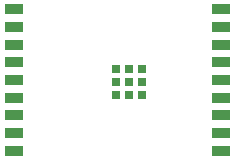
<source format=gbr>
%TF.GenerationSoftware,KiCad,Pcbnew,8.0.4*%
%TF.CreationDate,2024-07-28T04:47:57-04:00*%
%TF.ProjectId,esp32-c3-wroom-socket,65737033-322d-4633-932d-77726f6f6d2d,rev?*%
%TF.SameCoordinates,Original*%
%TF.FileFunction,Paste,Top*%
%TF.FilePolarity,Positive*%
%FSLAX46Y46*%
G04 Gerber Fmt 4.6, Leading zero omitted, Abs format (unit mm)*
G04 Created by KiCad (PCBNEW 8.0.4) date 2024-07-28 04:47:57*
%MOMM*%
%LPD*%
G01*
G04 APERTURE LIST*
%ADD10R,1.500000X0.900000*%
%ADD11R,0.700000X0.700000*%
G04 APERTURE END LIST*
D10*
%TO.C,U1*%
X116630000Y-57860000D03*
X116630000Y-59360000D03*
X116630000Y-60860000D03*
X116630000Y-62360000D03*
X116630000Y-63860000D03*
X116630000Y-65360000D03*
X116630000Y-66860000D03*
X116630000Y-68360000D03*
X116630000Y-69860000D03*
X134130000Y-69860000D03*
X134130000Y-68360000D03*
X134130000Y-66860000D03*
X134130000Y-65360000D03*
X134130000Y-63860000D03*
X134130000Y-62360000D03*
X134130000Y-60860000D03*
X134130000Y-59360000D03*
X134130000Y-57860000D03*
D11*
X125240000Y-62960000D03*
X126340000Y-62960000D03*
X127440000Y-62960000D03*
X125240000Y-64060000D03*
X126340000Y-64060000D03*
X127440000Y-64060000D03*
X125240000Y-65160000D03*
X126340000Y-65160000D03*
X127440000Y-65160000D03*
%TD*%
M02*

</source>
